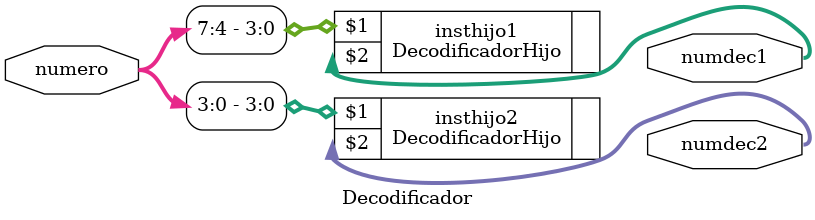
<source format=sv>
`include "DecodificadorHijo.sv"
module Decodificador(numero,numdec1,numdec2);
    input logic [7:0]  numero;
    output logic signed [6:0] numdec1;
    output logic signed [6:0] numdec2;

  
  DecodificadorHijo insthijo1 (numero[7:4],numdec1);
  DecodificadorHijo insthijo2 (numero[3:0],numdec2);
endmodule

</source>
